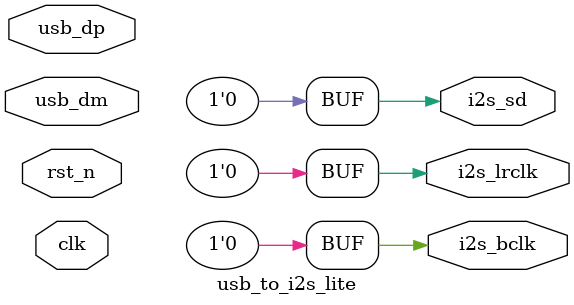
<source format=v>
`timescale 1ns/1ps
module usb_to_i2s_lite(
    input  wire clk,
    input  wire rst_n,
    input  wire usb_dp,
    input  wire usb_dm,
    output wire i2s_bclk,
    output wire i2s_lrclk,
    output wire i2s_sd
);
    assign i2s_bclk = 1'b0;
    assign i2s_lrclk = 1'b0;
    assign i2s_sd = 1'b0;
endmodule

</source>
